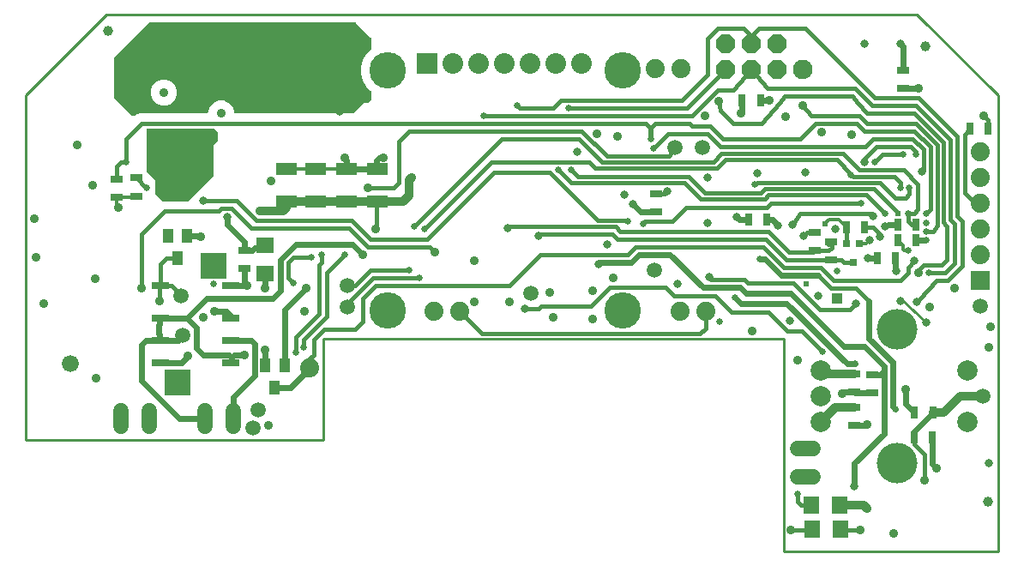
<source format=gbr>
G04 EAGLE Gerber RS-274X export*
G75*
%MOMM*%
%FSLAX34Y34*%
%LPD*%
%INBottom Copper*%
%IPPOS*%
%AMOC8*
5,1,8,0,0,1.08239X$1,22.5*%
G01*
%ADD10C,2.000000*%
%ADD11C,4.000000*%
%ADD12R,0.800000X1.200000*%
%ADD13R,2.032000X2.032000*%
%ADD14C,2.032000*%
%ADD15C,3.600000*%
%ADD16R,1.200000X0.800000*%
%ADD17R,0.700000X0.700000*%
%ADD18R,1.600000X1.800000*%
%ADD19R,2.000000X1.200000*%
%ADD20R,1.000000X1.400000*%
%ADD21C,1.524000*%
%ADD22C,1.000000*%
%ADD23C,1.500000*%
%ADD24C,1.879600*%
%ADD25R,1.879600X1.879600*%
%ADD26R,1.800000X0.800000*%
%ADD27R,2.500000X2.500000*%
%ADD28R,1.800000X1.600000*%
%ADD29P,2.034460X8X22.500000*%
%ADD30C,0.914400*%
%ADD31C,0.304800*%
%ADD32C,0.609600*%
%ADD33C,0.812800*%
%ADD34C,0.635000*%
%ADD35C,0.406400*%
%ADD36C,0.609600*%
%ADD37C,0.812800*%
%ADD38C,1.676400*%
%ADD39C,1.930400*%
%ADD40C,1.016000*%
%ADD41R,1.016000X1.016000*%
%ADD42C,0.254000*%
%ADD43C,0.254000*%

G36*
X106870Y319799D02*
X106870Y319799D01*
X106969Y319802D01*
X107027Y319819D01*
X107087Y319827D01*
X107179Y319863D01*
X107274Y319891D01*
X107326Y319921D01*
X107383Y319944D01*
X107463Y320002D01*
X107548Y320052D01*
X107624Y320118D01*
X107640Y320130D01*
X107648Y320140D01*
X107669Y320159D01*
X108544Y321034D01*
X112279Y322581D01*
X179070Y322581D01*
X179188Y322596D01*
X179307Y322603D01*
X179345Y322616D01*
X179386Y322621D01*
X179496Y322664D01*
X179609Y322701D01*
X179644Y322723D01*
X179681Y322738D01*
X179777Y322807D01*
X179878Y322871D01*
X179906Y322901D01*
X179939Y322924D01*
X180015Y323016D01*
X180096Y323103D01*
X180116Y323138D01*
X180141Y323169D01*
X180192Y323277D01*
X180250Y323381D01*
X180260Y323421D01*
X180277Y323457D01*
X180299Y323574D01*
X180329Y323689D01*
X180333Y323749D01*
X180337Y323769D01*
X180335Y323790D01*
X180339Y323850D01*
X180339Y324598D01*
X182273Y329266D01*
X185846Y332839D01*
X190514Y334773D01*
X195566Y334773D01*
X200234Y332839D01*
X203807Y329266D01*
X205741Y324598D01*
X205741Y323850D01*
X205756Y323732D01*
X205763Y323613D01*
X205776Y323575D01*
X205781Y323534D01*
X205824Y323424D01*
X205861Y323311D01*
X205883Y323276D01*
X205898Y323239D01*
X205967Y323143D01*
X206031Y323042D01*
X206061Y323014D01*
X206084Y322981D01*
X206176Y322905D01*
X206263Y322824D01*
X206298Y322804D01*
X206329Y322779D01*
X206437Y322728D01*
X206541Y322670D01*
X206581Y322660D01*
X206617Y322643D01*
X206734Y322621D01*
X206849Y322591D01*
X206909Y322587D01*
X206929Y322583D01*
X206950Y322585D01*
X207010Y322581D01*
X323850Y322581D01*
X323948Y322593D01*
X324047Y322596D01*
X324105Y322613D01*
X324166Y322621D01*
X324258Y322657D01*
X324353Y322685D01*
X324405Y322715D01*
X324461Y322738D01*
X324541Y322796D01*
X324627Y322846D01*
X324702Y322912D01*
X324719Y322924D01*
X324726Y322934D01*
X324747Y322952D01*
X334282Y332487D01*
X337820Y332487D01*
X337918Y332499D01*
X338017Y332502D01*
X338075Y332519D01*
X338136Y332527D01*
X338228Y332563D01*
X338323Y332591D01*
X338375Y332621D01*
X338431Y332644D01*
X338511Y332702D01*
X338597Y332752D01*
X338672Y332818D01*
X338689Y332830D01*
X338696Y332840D01*
X338718Y332859D01*
X340750Y334891D01*
X340810Y334969D01*
X340878Y335041D01*
X340907Y335094D01*
X340944Y335142D01*
X340984Y335233D01*
X341032Y335319D01*
X341047Y335378D01*
X341071Y335434D01*
X341086Y335532D01*
X341111Y335627D01*
X341117Y335727D01*
X341121Y335748D01*
X341119Y335760D01*
X341121Y335788D01*
X341121Y343341D01*
X341109Y343440D01*
X341106Y343539D01*
X341089Y343597D01*
X341081Y343657D01*
X341045Y343749D01*
X341017Y343844D01*
X340987Y343896D01*
X340964Y343953D01*
X340906Y344033D01*
X340856Y344118D01*
X340790Y344193D01*
X340778Y344210D01*
X340768Y344218D01*
X340750Y344239D01*
X336212Y348777D01*
X332772Y354735D01*
X330991Y361380D01*
X330991Y368260D01*
X332772Y374905D01*
X336212Y380863D01*
X340750Y385401D01*
X340810Y385479D01*
X340878Y385551D01*
X340907Y385604D01*
X340944Y385652D01*
X340984Y385743D01*
X341032Y385830D01*
X341047Y385889D01*
X341071Y385944D01*
X341086Y386042D01*
X341111Y386138D01*
X341117Y386238D01*
X341121Y386258D01*
X341119Y386271D01*
X341121Y386299D01*
X341121Y396240D01*
X341109Y396338D01*
X341106Y396437D01*
X341089Y396495D01*
X341081Y396556D01*
X341045Y396648D01*
X341017Y396743D01*
X340987Y396795D01*
X340964Y396851D01*
X340906Y396931D01*
X340856Y397017D01*
X340790Y397092D01*
X340778Y397109D01*
X340768Y397116D01*
X340750Y397138D01*
X326415Y411472D01*
X326337Y411532D01*
X326265Y411600D01*
X326212Y411629D01*
X326164Y411666D01*
X326073Y411706D01*
X325987Y411754D01*
X325928Y411769D01*
X325872Y411793D01*
X325774Y411808D01*
X325679Y411833D01*
X325579Y411839D01*
X325558Y411843D01*
X325546Y411841D01*
X325518Y411843D01*
X122538Y411843D01*
X122440Y411831D01*
X122341Y411828D01*
X122283Y411811D01*
X122222Y411803D01*
X122130Y411767D01*
X122035Y411739D01*
X121983Y411709D01*
X121927Y411686D01*
X121847Y411628D01*
X121761Y411578D01*
X121686Y411512D01*
X121669Y411500D01*
X121662Y411490D01*
X121641Y411472D01*
X87495Y377326D01*
X87434Y377247D01*
X87366Y377175D01*
X87337Y377122D01*
X87300Y377074D01*
X87260Y376983D01*
X87212Y376897D01*
X87197Y376838D01*
X87173Y376782D01*
X87158Y376684D01*
X87133Y376589D01*
X87127Y376489D01*
X87123Y376468D01*
X87125Y376456D01*
X87123Y376428D01*
X87123Y338328D01*
X87135Y338230D01*
X87138Y338131D01*
X87155Y338073D01*
X87163Y338012D01*
X87199Y337920D01*
X87227Y337825D01*
X87257Y337773D01*
X87280Y337717D01*
X87338Y337637D01*
X87388Y337551D01*
X87454Y337476D01*
X87466Y337459D01*
X87476Y337452D01*
X87495Y337431D01*
X104767Y320159D01*
X104845Y320098D01*
X104917Y320030D01*
X104970Y320001D01*
X105018Y319964D01*
X105109Y319924D01*
X105195Y319876D01*
X105254Y319861D01*
X105310Y319837D01*
X105408Y319822D01*
X105503Y319797D01*
X105603Y319791D01*
X105624Y319787D01*
X105636Y319789D01*
X105664Y319787D01*
X106772Y319787D01*
X106870Y319799D01*
G37*
G36*
X159610Y234963D02*
X159610Y234963D01*
X159709Y234966D01*
X159767Y234983D01*
X159828Y234991D01*
X159920Y235027D01*
X160015Y235055D01*
X160067Y235085D01*
X160123Y235108D01*
X160203Y235166D01*
X160289Y235216D01*
X160364Y235282D01*
X160381Y235294D01*
X160388Y235304D01*
X160410Y235323D01*
X185302Y260215D01*
X185362Y260293D01*
X185430Y260365D01*
X185459Y260418D01*
X185496Y260466D01*
X185536Y260557D01*
X185584Y260643D01*
X185599Y260702D01*
X185623Y260758D01*
X185638Y260856D01*
X185663Y260951D01*
X185669Y261051D01*
X185673Y261072D01*
X185671Y261084D01*
X185673Y261112D01*
X185673Y291066D01*
X189366Y294759D01*
X189426Y294837D01*
X189494Y294909D01*
X189523Y294962D01*
X189560Y295010D01*
X189600Y295101D01*
X189648Y295187D01*
X189663Y295246D01*
X189687Y295302D01*
X189702Y295400D01*
X189727Y295495D01*
X189733Y295595D01*
X189737Y295616D01*
X189735Y295628D01*
X189737Y295656D01*
X189737Y302768D01*
X189725Y302866D01*
X189722Y302965D01*
X189705Y303023D01*
X189697Y303084D01*
X189661Y303176D01*
X189633Y303271D01*
X189603Y303323D01*
X189580Y303379D01*
X189522Y303459D01*
X189472Y303545D01*
X189406Y303620D01*
X189394Y303637D01*
X189384Y303644D01*
X189366Y303666D01*
X186318Y306714D01*
X186239Y306774D01*
X186167Y306842D01*
X186114Y306871D01*
X186066Y306908D01*
X185975Y306948D01*
X185889Y306996D01*
X185830Y307011D01*
X185774Y307035D01*
X185676Y307050D01*
X185581Y307075D01*
X185481Y307081D01*
X185460Y307085D01*
X185448Y307083D01*
X185420Y307085D01*
X120396Y307085D01*
X120278Y307070D01*
X120159Y307063D01*
X120121Y307050D01*
X120080Y307045D01*
X119970Y307002D01*
X119857Y306965D01*
X119822Y306943D01*
X119785Y306928D01*
X119689Y306859D01*
X119588Y306795D01*
X119560Y306765D01*
X119527Y306742D01*
X119452Y306650D01*
X119370Y306563D01*
X119350Y306528D01*
X119325Y306497D01*
X119274Y306389D01*
X119216Y306285D01*
X119206Y306245D01*
X119189Y306209D01*
X119167Y306092D01*
X119137Y305977D01*
X119133Y305917D01*
X119129Y305897D01*
X119131Y305876D01*
X119127Y305816D01*
X119127Y265176D01*
X119139Y265078D01*
X119142Y264979D01*
X119159Y264921D01*
X119167Y264860D01*
X119203Y264768D01*
X119231Y264673D01*
X119261Y264621D01*
X119284Y264565D01*
X119342Y264485D01*
X119392Y264399D01*
X119458Y264324D01*
X119470Y264307D01*
X119480Y264300D01*
X119499Y264279D01*
X127763Y256014D01*
X127763Y243840D01*
X127775Y243742D01*
X127778Y243643D01*
X127789Y243605D01*
X127790Y243599D01*
X127796Y243580D01*
X127803Y243524D01*
X127839Y243432D01*
X127867Y243337D01*
X127884Y243308D01*
X127888Y243296D01*
X127902Y243273D01*
X127920Y243229D01*
X127978Y243149D01*
X128028Y243063D01*
X128053Y243036D01*
X128058Y243027D01*
X128070Y243016D01*
X128094Y242988D01*
X128106Y242971D01*
X128116Y242964D01*
X128135Y242943D01*
X135755Y235323D01*
X135833Y235262D01*
X135905Y235194D01*
X135958Y235165D01*
X136006Y235128D01*
X136097Y235088D01*
X136183Y235040D01*
X136242Y235025D01*
X136298Y235001D01*
X136396Y234986D01*
X136491Y234961D01*
X136591Y234955D01*
X136612Y234951D01*
X136624Y234953D01*
X136652Y234951D01*
X159512Y234951D01*
X159610Y234963D01*
G37*
%LPC*%
G36*
X133872Y330199D02*
X133872Y330199D01*
X129204Y332133D01*
X125631Y335706D01*
X123697Y340374D01*
X123697Y345426D01*
X125631Y350094D01*
X129204Y353667D01*
X133872Y355601D01*
X138924Y355601D01*
X143592Y353667D01*
X147165Y350094D01*
X149099Y345426D01*
X149099Y340374D01*
X147165Y335706D01*
X143592Y332133D01*
X138924Y330199D01*
X133872Y330199D01*
G37*
%LPD*%
D10*
X785070Y68600D03*
X785070Y17800D03*
X785070Y43200D03*
D11*
X860000Y-22840D03*
X860000Y109240D03*
D10*
X929850Y17800D03*
X929850Y68600D03*
D12*
X828277Y210058D03*
X810277Y210058D03*
D13*
X396320Y371420D03*
D14*
X421720Y371420D03*
X447120Y371420D03*
X472520Y371420D03*
X497920Y371420D03*
X523320Y371420D03*
D15*
X589120Y127820D03*
X357120Y127820D03*
X357120Y364820D03*
X589120Y364820D03*
D14*
X548720Y371420D03*
D16*
X817880Y13860D03*
X817880Y31860D03*
X817880Y46880D03*
X817880Y64880D03*
D12*
X879077Y212598D03*
X861077Y212598D03*
D16*
X779399Y204707D03*
X779399Y186707D03*
X795401Y177817D03*
X795401Y195817D03*
D12*
X858757Y179578D03*
X840757Y179578D03*
X879077Y197358D03*
X861077Y197358D03*
D17*
X810237Y193908D03*
X823237Y193908D03*
X816737Y175408D03*
D12*
X877206Y2413D03*
X895206Y2413D03*
D18*
X776321Y-88138D03*
X804321Y-88138D03*
D16*
X89662Y239666D03*
X89662Y257666D03*
X109347Y240555D03*
X109347Y258555D03*
D19*
X317119Y235079D03*
X317119Y267079D03*
X286639Y235079D03*
X286639Y267079D03*
X347218Y235587D03*
X347218Y267587D03*
X257429Y235079D03*
X257429Y267079D03*
D20*
X246001Y51741D03*
X255501Y73741D03*
X236501Y73741D03*
D21*
X94361Y28448D02*
X94361Y13208D01*
X122301Y13208D02*
X122301Y28448D01*
X176784Y28829D02*
X176784Y13589D01*
X204724Y13589D02*
X204724Y28829D01*
X762000Y-36830D02*
X777240Y-36830D01*
X777240Y-8890D02*
X762000Y-8890D01*
D22*
X81280Y403860D03*
X888619Y388366D03*
X949960Y-60960D03*
D12*
X950324Y306832D03*
X932324Y306832D03*
D16*
X866140Y346600D03*
X866140Y364600D03*
D23*
X229616Y29591D03*
D24*
X621411Y366522D03*
X646811Y366522D03*
D25*
X942340Y157480D03*
D24*
X942340Y182880D03*
X942340Y208280D03*
X942340Y233680D03*
X942340Y259080D03*
X942340Y284480D03*
D12*
X725280Y335280D03*
X707280Y335280D03*
D26*
X202640Y152300D03*
X132640Y152300D03*
X202640Y120300D03*
X132640Y120300D03*
X202640Y98300D03*
X132640Y98300D03*
X202640Y76300D03*
X132640Y76300D03*
D27*
X185140Y171800D03*
X150140Y56800D03*
D16*
X215900Y186800D03*
X215900Y168800D03*
D20*
X149860Y179500D03*
X159360Y201500D03*
X140360Y201500D03*
D28*
X236220Y163800D03*
X236220Y191800D03*
D16*
X622300Y224680D03*
X622300Y242680D03*
D12*
X731630Y217170D03*
X713630Y217170D03*
D18*
X775940Y-64770D03*
X803940Y-64770D03*
D29*
X690880Y365760D03*
X690880Y391160D03*
X716280Y365760D03*
X716280Y391160D03*
X741680Y365760D03*
X741680Y391160D03*
D16*
X835660Y46372D03*
X835660Y64372D03*
D23*
X498348Y144526D03*
D24*
X280670Y71120D03*
D23*
X641350Y288290D03*
X317500Y152400D03*
X317500Y130810D03*
X153670Y142240D03*
X621030Y167640D03*
X668020Y288290D03*
X154940Y102870D03*
X224790Y11430D03*
X942340Y132080D03*
X944880Y43180D03*
D12*
X895460Y26670D03*
X877460Y26670D03*
D23*
X191516Y401320D03*
D24*
X402844Y127000D03*
X428244Y127000D03*
X645668Y127000D03*
X671068Y127000D03*
D30*
X68580Y158750D03*
X17780Y134620D03*
X8890Y218440D03*
X66040Y251460D03*
D31*
X89662Y239666D02*
X108458Y239666D01*
X109347Y240555D01*
X89662Y239666D02*
X89662Y230886D01*
X91440Y229108D01*
D30*
X91440Y229108D03*
X193040Y322072D03*
X136398Y342900D03*
X242062Y255270D03*
D31*
X257429Y267079D02*
X286639Y267079D01*
D32*
X317119Y267079D02*
X346710Y267079D01*
D31*
X347218Y267587D01*
D32*
X317119Y267079D02*
X317119Y275971D01*
X314960Y278130D01*
D30*
X314960Y278130D03*
D31*
X317119Y267079D02*
X286639Y267079D01*
D33*
X833120Y196850D03*
D34*
X889000Y196850D03*
D30*
X881380Y346710D03*
X892810Y130810D03*
X951230Y91440D03*
D33*
X951230Y-22860D03*
D30*
X856996Y-92710D03*
X160020Y82550D03*
D32*
X153770Y76300D02*
X132640Y76300D01*
X153770Y76300D02*
X160020Y82550D01*
D30*
X69850Y60960D03*
X175260Y120650D03*
D34*
X185420Y153670D03*
D30*
X275590Y127000D03*
X353060Y278130D03*
D32*
X349250Y278130D01*
X346710Y275590D01*
X346710Y268095D01*
D31*
X347218Y267587D01*
D30*
X560070Y119380D03*
X580390Y160020D03*
D33*
X574040Y193040D03*
X673100Y214122D03*
X722630Y262890D03*
X673100Y259080D03*
D30*
X670560Y320040D03*
D33*
X544830Y284480D03*
D30*
X750570Y318770D03*
X786130Y303530D03*
D32*
X734060Y335280D02*
X725280Y335280D01*
D30*
X734060Y335280D03*
D34*
X801370Y166370D03*
D33*
X768350Y201422D03*
D30*
X186690Y127000D03*
X236220Y88900D03*
X240030Y13970D03*
D33*
X599440Y232410D03*
D32*
X731630Y217170D02*
X737616Y217170D01*
X742950Y211836D01*
D33*
X742950Y211836D03*
D32*
X858757Y179578D02*
X858757Y167403D01*
X859790Y166370D01*
D33*
X859790Y166370D03*
D32*
X879077Y197358D02*
X888492Y197358D01*
D31*
X889000Y196850D01*
X830178Y193908D02*
X823237Y193908D01*
X830178Y193908D02*
X833120Y196850D01*
D30*
X945642Y320040D03*
D33*
X199390Y219710D03*
D32*
X215900Y186800D02*
X223630Y186800D01*
X226060Y189230D01*
X233650Y189230D01*
D31*
X236220Y191800D01*
D32*
X817880Y13860D02*
X829200Y13860D01*
X830580Y15240D01*
D30*
X830580Y15240D03*
D32*
X817880Y46880D02*
X807610Y46880D01*
X806450Y45720D01*
D30*
X806450Y45720D03*
D32*
X236501Y73741D02*
X236501Y89181D01*
D35*
X202640Y120300D02*
X202640Y122480D01*
D32*
X198120Y127000D01*
X186690Y127000D01*
X236220Y88900D02*
X236501Y89181D01*
X607170Y224680D02*
X622300Y224680D01*
X607170Y224680D02*
X599440Y232410D01*
X866140Y346600D02*
X881270Y346600D01*
D35*
X881380Y346710D01*
D32*
X199390Y219710D02*
X199390Y212090D01*
X215900Y195580D01*
X215900Y186800D01*
D36*
X770890Y153670D03*
D34*
X151130Y289560D03*
X143510Y289560D03*
X135890Y289560D03*
X133350Y281940D03*
X140970Y281940D03*
X148590Y281940D03*
X151130Y274320D03*
X143510Y274320D03*
X135890Y274320D03*
X133350Y266700D03*
X140970Y266700D03*
X148590Y266700D03*
D33*
X754380Y117856D03*
D35*
X771635Y204707D02*
X779399Y204707D01*
X771635Y204707D02*
X768350Y201422D01*
X950324Y306832D02*
X950324Y315358D01*
X945642Y320040D01*
D30*
X517398Y145796D03*
X830580Y-68072D03*
D37*
X827278Y-64770D02*
X803940Y-64770D01*
X827278Y-64770D02*
X830580Y-68072D01*
D33*
X643636Y154178D03*
D32*
X818388Y46372D02*
X835660Y46372D01*
D35*
X818388Y46372D02*
X817880Y46880D01*
D30*
X442976Y136144D03*
D32*
X222760Y98300D02*
X202640Y98300D01*
X204724Y42164D02*
X204724Y21209D01*
X204724Y42164D02*
X226060Y63500D01*
X226060Y95000D01*
X222760Y98300D01*
D35*
X810237Y193908D02*
X810237Y210018D01*
X810277Y210058D01*
D36*
X789432Y212852D03*
D31*
X789432Y213868D01*
X792988Y217424D01*
X802640Y217424D01*
X803656Y216408D01*
X803927Y216408D01*
X810277Y210058D01*
D38*
X44450Y75438D03*
D30*
X50800Y290830D03*
X815340Y300990D03*
X559816Y146812D03*
X520700Y120650D03*
X477520Y136144D03*
D34*
X314960Y182880D03*
X274320Y91440D03*
D35*
X297180Y121920D02*
X297180Y165100D01*
X314960Y182880D01*
X297180Y121920D02*
X274320Y99060D01*
X274320Y91440D01*
D34*
X292100Y182880D03*
X266700Y86360D03*
D35*
X289560Y124460D02*
X289560Y172720D01*
X292100Y175260D01*
X292100Y182880D01*
X289560Y124460D02*
X266700Y101600D01*
X266700Y86360D01*
X274320Y71120D02*
X280670Y71120D01*
D33*
X877570Y176530D03*
D32*
X261291Y51741D02*
X246001Y51741D01*
X261291Y51741D02*
X280670Y71120D01*
D35*
X280670Y80010D01*
X284480Y83820D01*
X284480Y99060D01*
X294640Y109220D01*
X325120Y109220D01*
X332740Y116840D01*
X332740Y139700D01*
X345440Y152400D01*
X477520Y152400D01*
X508000Y182880D01*
X594360Y182880D01*
X601980Y190500D01*
X727964Y190500D01*
X748284Y170180D01*
X784860Y170180D01*
X797560Y157480D01*
X863600Y157480D01*
X871220Y165100D01*
X871220Y170180D01*
X877570Y176530D01*
D33*
X843280Y200660D03*
D35*
X843280Y203200D01*
X836422Y210058D01*
X828277Y210058D01*
D34*
X594360Y215900D03*
D33*
X175260Y236220D03*
D35*
X228092Y216408D02*
X322072Y216408D01*
X340360Y198120D01*
X396240Y198120D01*
X462280Y264160D01*
X517550Y264160D01*
X564690Y217020D01*
X593240Y217020D01*
X594360Y215900D01*
X228092Y216408D02*
X208280Y236220D01*
X175260Y236220D01*
D30*
X337820Y248920D03*
D35*
X363220Y248920D01*
X368300Y254000D01*
X368300Y294640D01*
X378460Y304800D01*
X548640Y304800D01*
X574040Y280416D01*
D34*
X889000Y205740D03*
D35*
X635000Y280416D02*
X574040Y280416D01*
X635000Y280416D02*
X641350Y288290D01*
X889000Y205740D02*
X895604Y205740D01*
X900176Y211836D01*
X900176Y291084D01*
X878840Y312420D01*
X830580Y312420D01*
X822960Y320040D01*
X775970Y320040D01*
D39*
X767080Y365760D03*
D35*
X767080Y330200D02*
X775970Y320040D01*
D30*
X767080Y330200D03*
D34*
X700532Y140208D03*
D32*
X706120Y134620D02*
X751332Y134620D01*
D34*
X818896Y75184D03*
D32*
X706120Y134620D02*
X700532Y140208D01*
X751332Y134620D02*
X810768Y75184D01*
X818896Y75184D01*
D37*
X817880Y64880D02*
X788790Y64880D01*
D40*
X785070Y68600D01*
D37*
X799130Y31860D02*
X817880Y31860D01*
X799130Y31860D02*
X785070Y17800D01*
D34*
X724916Y178308D03*
D32*
X832612Y136652D02*
X832612Y100076D01*
X855980Y76708D01*
X855980Y33020D01*
X858520Y30480D01*
D34*
X858520Y30480D03*
D32*
X782320Y162560D02*
X745744Y162560D01*
D35*
X782320Y162560D02*
X795020Y149860D01*
D32*
X745744Y162560D02*
X729996Y178308D01*
X724916Y178308D01*
D35*
X795020Y149860D02*
X819404Y149860D01*
X832612Y136652D01*
D34*
X538480Y266700D03*
D36*
X860806Y223774D03*
D35*
X654304Y260096D02*
X545084Y260096D01*
X538480Y266700D01*
X860806Y223774D02*
X861060Y224028D01*
X837184Y247904D01*
X729488Y247904D01*
X725424Y243840D01*
X670560Y243840D01*
X654304Y260096D01*
D34*
X485140Y330200D03*
D35*
X487680Y327660D01*
X520700Y327660D01*
X528320Y335280D01*
X647700Y335280D01*
X673100Y360680D01*
X673100Y396240D01*
X683260Y406400D01*
X708660Y406400D01*
X716280Y398780D01*
X716280Y391160D01*
D33*
X880110Y135890D03*
D35*
X882650Y138430D01*
X899160Y157480D01*
X910336Y157480D01*
X924560Y171704D01*
X924560Y215900D01*
X919480Y220980D01*
X919480Y299720D01*
X769620Y406400D02*
X723900Y406400D01*
X716280Y398780D01*
X881380Y337820D02*
X919480Y299720D01*
X881380Y337820D02*
X838200Y337820D01*
X769620Y406400D01*
D34*
X535940Y327660D03*
D35*
X652780Y327660D01*
X690880Y365760D01*
D30*
X881380Y165100D03*
D35*
X881380Y167640D01*
X886460Y172720D01*
X904240Y172720D01*
X909320Y177800D01*
X909320Y210820D01*
X906272Y214884D01*
X906272Y293624D01*
D30*
X684530Y334010D03*
D35*
X877316Y322580D02*
X906272Y293624D01*
X877316Y322580D02*
X830580Y322580D01*
X821690Y332740D01*
X744220Y332740D02*
X726440Y312420D01*
X698500Y312420D01*
X685800Y325120D01*
X684530Y334010D01*
X744220Y332740D02*
X749300Y339090D01*
X816610Y339090D01*
X821690Y332740D01*
D34*
X452120Y320040D03*
D35*
X657860Y320040D01*
D34*
X891540Y165100D03*
D35*
X907796Y165100D01*
X916940Y174244D01*
X916940Y213360D01*
X912876Y217424D01*
X912876Y296164D01*
X819150Y346710D02*
X732790Y346710D01*
X716280Y365760D01*
X878840Y330200D02*
X912876Y296164D01*
X878840Y330200D02*
X835660Y330200D01*
X819150Y346710D01*
X683260Y345440D02*
X657860Y320040D01*
X683260Y345440D02*
X698500Y345440D01*
X716280Y365760D01*
D34*
X863600Y248920D03*
X814832Y261620D03*
D35*
X317500Y134620D02*
X317500Y130810D01*
X317500Y134620D02*
X342900Y160020D01*
X459740Y274320D02*
X556260Y274320D01*
X459740Y274320D02*
X393700Y208280D01*
D34*
X393700Y208280D03*
X388620Y160020D03*
D35*
X342900Y160020D01*
X863600Y248920D02*
X863600Y254000D01*
X857504Y260096D01*
X817372Y260096D01*
X814832Y261620D01*
X814832Y262128D01*
X800608Y276352D01*
X690880Y276352D01*
X682752Y268224D01*
X562356Y268224D01*
X556260Y274320D01*
D34*
X871220Y223520D03*
D35*
X874522Y212598D02*
X879077Y212598D01*
X874522Y212598D02*
X871220Y215900D01*
X325120Y152400D02*
X317500Y152400D01*
X325120Y152400D02*
X340360Y167640D01*
X378460Y167640D01*
X871220Y215900D02*
X871220Y223520D01*
X876808Y223520D01*
X880872Y227584D01*
X880872Y251968D01*
X568960Y274320D02*
X546100Y297180D01*
X469900Y297180D01*
X383540Y210820D01*
D34*
X383540Y210820D03*
X378460Y167640D03*
D35*
X822960Y266192D02*
X866648Y266192D01*
X880872Y251968D01*
X678688Y274320D02*
X568960Y274320D01*
X678688Y274320D02*
X686816Y282448D01*
X806704Y282448D01*
X822960Y266192D01*
D34*
X525780Y266700D03*
X848360Y223520D03*
D35*
X650240Y254000D02*
X538480Y254000D01*
X525780Y266700D01*
X650240Y254000D02*
X666496Y237744D01*
X729488Y237744D01*
X733552Y241808D01*
X830072Y241808D01*
X848360Y223520D01*
D34*
X871220Y186690D03*
D31*
X867410Y186690D01*
X866140Y187960D01*
X866140Y192295D01*
X861077Y197358D01*
D33*
X831342Y179070D03*
D32*
X840249Y179070D01*
D31*
X840757Y179578D01*
D33*
X633730Y245110D03*
D31*
X622410Y242570D02*
X622300Y242680D01*
D33*
X702310Y219710D03*
D30*
X899160Y-27940D03*
X952500Y111760D03*
X916940Y149860D03*
X762000Y78740D03*
D33*
X782320Y142240D03*
X799084Y207772D03*
X769620Y264160D03*
X828040Y391160D03*
D32*
X866140Y388620D02*
X866140Y364600D01*
X866140Y388620D02*
X863600Y391160D01*
D33*
X863600Y391160D03*
D32*
X707280Y335280D02*
X707280Y323740D01*
X706120Y322580D01*
D30*
X706120Y322580D03*
X584200Y299720D03*
X563880Y302260D03*
X10160Y180340D03*
D32*
X159360Y201500D02*
X171880Y201500D01*
X172720Y200660D01*
D30*
X172720Y200660D03*
X276860Y149860D03*
D32*
X236220Y149860D02*
X236220Y163800D01*
D30*
X236220Y149860D03*
D32*
X218340Y152300D02*
X202640Y152300D01*
D31*
X218340Y152300D02*
X218440Y152400D01*
D30*
X218440Y152400D03*
D32*
X215900Y154940D02*
X215900Y168800D01*
X215900Y154940D02*
X218440Y152400D01*
X255501Y128501D02*
X276860Y149860D01*
X851662Y212598D02*
X861077Y212598D01*
X851662Y212598D02*
X848360Y210820D01*
D33*
X848360Y210820D03*
D35*
X631190Y242570D02*
X622410Y242570D01*
X631190Y242570D02*
X633730Y245110D01*
D32*
X255501Y128501D02*
X255501Y73741D01*
D35*
X937260Y233680D02*
X942340Y233680D01*
X937260Y233680D02*
X927100Y243840D01*
X927100Y301608D01*
D32*
X713630Y217170D02*
X704850Y217170D01*
X702310Y219710D01*
X895206Y2413D02*
X895206Y-23986D01*
X899160Y-27940D01*
D35*
X927100Y301608D02*
X932324Y306832D01*
D30*
X717296Y107696D03*
X442976Y176784D03*
D34*
X838200Y274320D03*
X866140Y281940D03*
D35*
X845820Y281940D01*
X838200Y274320D01*
D33*
X828040Y274320D03*
D34*
X878840Y281940D03*
D35*
X878840Y284480D01*
X873760Y289560D01*
X839724Y289560D01*
X828040Y277876D01*
X828040Y274320D01*
X816737Y175408D02*
X807572Y175408D01*
X805180Y177800D01*
X795418Y177800D01*
X795401Y177817D01*
X750807Y177817D01*
X730504Y198120D01*
X579120Y203200D02*
X508000Y203200D01*
X584200Y198120D02*
X730504Y198120D01*
X584200Y198120D02*
X579120Y203200D01*
X508000Y203200D02*
X505968Y201168D01*
D33*
X505968Y201168D03*
D30*
X215900Y83820D03*
D32*
X205740Y83820D01*
X203200Y81280D01*
X203200Y76860D01*
D35*
X202640Y76300D01*
D32*
X132080Y114300D02*
X131009Y113229D01*
X132080Y114300D02*
X132080Y119740D01*
D35*
X132640Y120300D01*
D32*
X200660Y83820D02*
X203200Y81280D01*
X200660Y83820D02*
X175260Y83820D01*
X168910Y90170D01*
X168910Y110490D01*
X159100Y120300D01*
X132640Y120300D01*
D30*
X332740Y182880D03*
D32*
X322580Y193040D01*
X266700Y193040D01*
X251460Y177800D01*
X251460Y147320D01*
X243840Y139700D01*
X178500Y139700D01*
X159100Y120300D01*
X132080Y104140D02*
X131009Y105211D01*
X132080Y104140D02*
X132080Y98860D01*
D35*
X132640Y98300D01*
D32*
X150370Y98300D01*
X151511Y21209D02*
X176784Y21209D01*
X151511Y21209D02*
X114300Y58420D01*
X114300Y93726D01*
X118872Y98298D01*
X132638Y98298D01*
X132640Y98300D01*
X150370Y98300D02*
X154940Y102870D01*
X131009Y105211D02*
X131009Y113229D01*
D37*
X895460Y26670D02*
X906018Y26670D01*
X922528Y43180D01*
X944880Y43180D01*
D32*
X877206Y8416D02*
X877206Y2413D01*
X877206Y8416D02*
X895460Y26670D01*
D30*
X886968Y-39624D03*
D35*
X877206Y-1414D02*
X877206Y2413D01*
X877206Y-1414D02*
X877316Y-1524D01*
X877316Y-4572D01*
X886968Y-14224D01*
X886968Y-39624D01*
D33*
X817880Y-45720D03*
X565404Y173736D03*
D32*
X817880Y-23368D02*
X817880Y-45720D01*
X817880Y-23368D02*
X847344Y6096D01*
X847344Y68072D01*
X847344Y72644D01*
X828040Y91948D01*
X807720Y91948D01*
X705104Y150368D02*
X668528Y150368D01*
X705104Y150368D02*
X711200Y144272D01*
X755396Y144272D01*
X807720Y91948D01*
X835660Y64372D02*
X843644Y64372D01*
X847344Y68072D01*
X668528Y150368D02*
X636016Y182880D01*
X605536Y182880D01*
X597408Y174752D01*
X566420Y174752D01*
X565404Y173736D01*
D34*
X872490Y248920D03*
X719836Y251968D03*
D35*
X872490Y248920D02*
X872490Y242570D01*
X868680Y238760D01*
X858520Y238760D01*
X843280Y254000D01*
X721868Y254000D01*
X719836Y251968D01*
D34*
X99060Y274320D03*
D35*
X93980Y274320D01*
X89662Y270002D01*
X89662Y257666D01*
D34*
X617220Y297180D03*
D35*
X617220Y307340D01*
X612140Y312420D01*
X114300Y312420D01*
X99060Y297180D01*
X99060Y274320D01*
D34*
X889000Y223012D03*
D35*
X657860Y309880D02*
X655320Y312420D01*
X621521Y312420D01*
X616712Y307611D01*
X616712Y297688D01*
X617220Y297180D01*
X893064Y289052D02*
X893064Y227584D01*
X889000Y223012D01*
X675640Y309880D02*
X657860Y309880D01*
X675640Y309880D02*
X688340Y297180D01*
X764540Y297180D01*
X779780Y312420D01*
X877316Y304800D02*
X893064Y289052D01*
X877316Y304800D02*
X828040Y304800D01*
X820420Y312420D01*
X779780Y312420D01*
D34*
X119380Y248920D03*
D35*
X118982Y248920D01*
X109347Y258555D01*
D33*
X884428Y264668D03*
D34*
X619760Y288036D03*
D35*
X633984Y302260D02*
X673100Y302260D01*
X633984Y302260D02*
X619760Y288036D01*
X829056Y289560D02*
X836676Y297180D01*
X875792Y297180D01*
X886460Y286512D01*
X886460Y266700D01*
X685800Y289560D02*
X673100Y302260D01*
X685800Y289560D02*
X829056Y289560D01*
X884428Y264668D02*
X886460Y266700D01*
D33*
X836930Y220980D03*
X756920Y212090D03*
D35*
X764540Y223520D02*
X834390Y223520D01*
X764540Y223520D02*
X756920Y212090D01*
X834390Y223520D02*
X836930Y220980D01*
D30*
X132080Y137160D03*
D35*
X132080Y151740D01*
X132640Y152300D01*
X132640Y173280D01*
X138860Y179500D01*
X149860Y179500D01*
X143610Y152300D02*
X132640Y152300D01*
X143610Y152300D02*
X153670Y142240D01*
D41*
X801116Y139446D03*
D30*
X114300Y149860D03*
D35*
X114300Y203200D01*
X137160Y226060D01*
X223012Y208788D02*
X319532Y208788D01*
X190500Y226060D02*
X137160Y226060D01*
X190500Y226060D02*
X193040Y228600D01*
X203200Y228600D01*
X223012Y208788D01*
X319532Y208788D02*
X337820Y190500D01*
X398780Y190500D01*
X403860Y185420D01*
D30*
X403860Y185420D03*
D34*
X684784Y116840D03*
D30*
X823468Y-88900D03*
D35*
X807115Y-88900D01*
X804321Y-88138D01*
D33*
X674624Y160528D03*
D35*
X757936Y154432D02*
X783844Y128524D01*
D33*
X819912Y134874D03*
D35*
X757936Y154432D02*
X713232Y154432D01*
X709168Y158496D01*
X676656Y158496D01*
X674624Y160528D01*
X783844Y128524D02*
X813562Y128524D01*
X819912Y134874D01*
D30*
X755396Y-88900D03*
D35*
X777591Y-88900D01*
X776321Y-88138D01*
D34*
X762000Y-53340D03*
D35*
X762000Y-60960D01*
X765810Y-64770D01*
X775940Y-64770D01*
D34*
X264160Y154940D03*
X281940Y180340D03*
D35*
X264160Y180340D01*
X259080Y175260D01*
X259080Y160020D01*
X264160Y154940D01*
D34*
X824992Y233680D03*
D35*
X735584Y233680D01*
X731520Y229616D01*
X652272Y229616D01*
X638048Y215392D01*
X611632Y215392D01*
X609600Y213360D01*
D34*
X609600Y213360D03*
D33*
X492506Y129540D03*
D35*
X508762Y132080D02*
X558038Y132080D01*
X576326Y150368D01*
X631952Y150368D01*
X640080Y142240D01*
X680720Y142240D01*
X696976Y125984D01*
X733552Y125984D01*
X751840Y107696D01*
X766064Y107696D01*
X786384Y87376D01*
D34*
X786384Y87376D03*
D35*
X508762Y132080D02*
X506222Y129540D01*
X492506Y129540D01*
D33*
X863917Y136843D03*
D35*
X863917Y138113D01*
X862330Y137160D01*
D42*
X864870Y138430D01*
X889000Y115570D01*
D33*
X889000Y115570D03*
D35*
X795401Y195817D02*
X792387Y192803D01*
X753872Y184912D02*
X733044Y205740D01*
X582168Y210312D02*
X476504Y210312D01*
X582168Y210312D02*
X586740Y205740D01*
X753872Y184912D02*
X777604Y184912D01*
X779399Y186707D01*
X792751Y186707D01*
X795528Y189484D01*
X795528Y195690D01*
X795401Y195817D01*
X733044Y205740D02*
X586740Y205740D01*
D33*
X475488Y209296D03*
D35*
X476504Y210312D01*
D30*
X868680Y49530D03*
D32*
X868680Y35450D01*
X877460Y26670D01*
D33*
X590804Y241808D03*
D34*
X889000Y214376D03*
D37*
X286639Y235079D02*
X257429Y235079D01*
X286639Y235079D02*
X317119Y235079D01*
D30*
X345440Y208280D03*
D37*
X346710Y235079D02*
X317119Y235079D01*
D35*
X346710Y235079D02*
X347218Y235587D01*
X346710Y235079D02*
X346710Y209550D01*
X345440Y208280D01*
D30*
X231140Y226060D03*
D37*
X257429Y229489D02*
X257429Y235079D01*
X257429Y229489D02*
X254000Y226060D01*
X231140Y226060D01*
X347218Y235587D02*
X372747Y235587D01*
X378460Y241300D01*
X378460Y256540D01*
X381000Y259080D01*
D30*
X381000Y259080D03*
D33*
X264668Y388620D03*
X273304Y388620D03*
X281940Y388620D03*
X290576Y388620D03*
X299212Y388620D03*
X314960Y383032D03*
X307848Y388112D03*
X315976Y373888D03*
X318516Y364236D03*
X318008Y356108D03*
X317500Y347472D03*
X316992Y338836D03*
X311912Y331724D03*
X303276Y328676D03*
X309880Y324104D03*
X319532Y327660D03*
X324612Y335280D03*
X325120Y344424D03*
X326136Y353060D03*
X324104Y371348D03*
X316484Y392176D03*
X304292Y395732D03*
X294640Y396748D03*
X284480Y397256D03*
X275336Y397256D03*
X266192Y397256D03*
X261112Y379476D03*
X260604Y371348D03*
X260096Y363220D03*
X259588Y354584D03*
X259080Y346456D03*
X279400Y326644D03*
X287528Y326644D03*
X295656Y326644D03*
X326644Y362712D03*
X253492Y376428D03*
X252984Y367792D03*
X252476Y359664D03*
X252476Y352044D03*
X254508Y387604D03*
X257048Y396240D03*
X124460Y405384D03*
X133096Y405384D03*
X96012Y376936D03*
X96012Y367284D03*
X95504Y356616D03*
X105156Y355600D03*
X103124Y385064D03*
X111760Y394208D03*
X146304Y405892D03*
X157988Y406400D03*
X170688Y406908D03*
X208280Y405892D03*
X216408Y406400D03*
X226060Y406908D03*
X235712Y406908D03*
X116332Y360680D03*
X124460Y366776D03*
X117856Y399796D03*
X244856Y406908D03*
X250952Y401828D03*
X260604Y406400D03*
X274320Y407416D03*
X289052Y407416D03*
X303784Y405892D03*
X325120Y382016D03*
X247396Y393700D03*
X246888Y383540D03*
D35*
X671068Y127000D02*
X671068Y110236D01*
X665480Y104648D01*
X450596Y104648D01*
X428244Y127000D01*
D43*
X0Y0D02*
X293500Y0D01*
X293500Y100000D01*
X748100Y100000D01*
X748100Y-110000D01*
X960000Y-110000D01*
X960000Y340000D01*
X880028Y419972D01*
X79972Y419972D01*
X0Y340000D01*
X0Y0D01*
M02*

</source>
